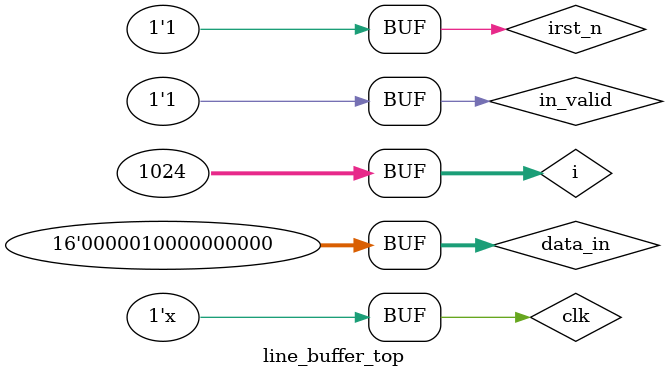
<source format=v>
`timescale 1ns/1ns
module line_buffer_top();
parameter dataColNum = 28;
parameter col_length= 5;
parameter wordlength = 16;

reg clk;
reg irst_n;
reg signed [wordlength-1:0] data_in;
reg in_valid;

wire out_valid;
wire signed [wordlength-1:0] pixels_0,pixels_1;


//iter
integer i,j,k;

initial begin
    #0      irst_n = 1;
            clk = 1;
    #10     irst_n = 0;
    #10     irst_n = 1;
    #100    in_valid = 1;
            for (i=0;i<1024;i=i+1)begin
                data_in[wordlength-1:0] = i+1;
                #10;
            end
    #1000;
    
end




always #5 clk = ~clk;


Line_buffer_2x2 #(
.col_length(col_length),
.wordlength(wordlength),
.dataColNum(dataColNum)
) u1 (
.clk(clk),
.irst_n(irst_n),
.in_valid(in_valid),
.data_in(data_in),
.pixels_0(pixels_0),
.pixels_1(pixels_1),
.out_valid(out_valid)
);


MaxPool2d #(
.col_length(col_length),
.wordlength(wordlength),
.dataColNum(dataColNum)
) u2 (
.clk(clk),
.irst_n(irst_n),
.in_valid(out_valid),
.pixels_0(pixels_0),
.pixels_1(pixels_1),
.data_out(),
.out_valid()
);


endmodule

</source>
